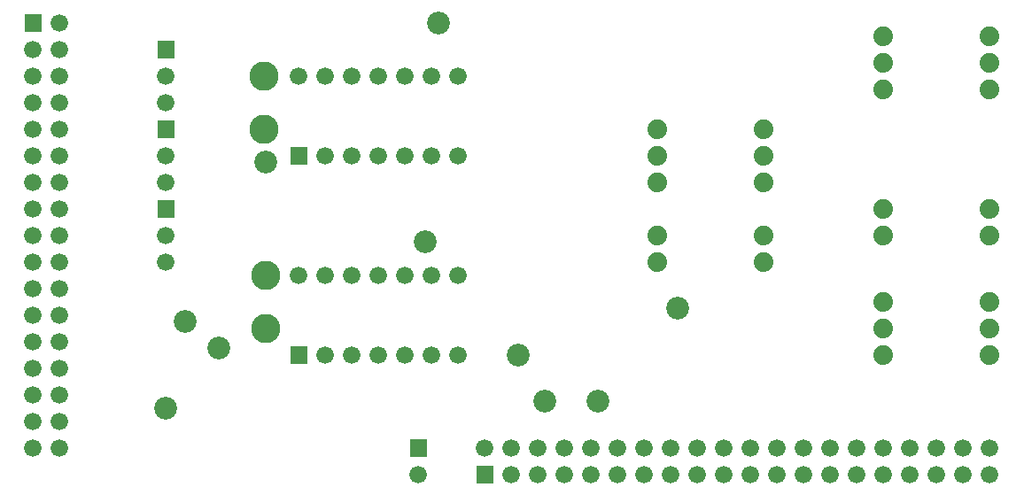
<source format=gts>
G04 start of page 11 for group -4063 idx -4063 *
G04 Title: (unknown), componentmask *
G04 Creator: pcb 20110918 *
G04 CreationDate: Wed 07 Dec 2016 14:25:13 GMT UTC *
G04 For: jasper *
G04 Format: Gerber/RS-274X *
G04 PCB-Dimensions: 393701 196850 *
G04 PCB-Coordinate-Origin: lower left *
%MOIN*%
%FSLAX25Y25*%
%LNTOPMASK*%
%ADD95C,0.0740*%
%ADD94C,0.1100*%
%ADD93C,0.0860*%
%ADD92C,0.0660*%
%ADD91C,0.0001*%
G54D91*G36*
X16700Y185150D02*Y178550D01*
X23300D01*
Y185150D01*
X16700D01*
G37*
G54D92*X20000Y171850D03*
Y161850D03*
X30000Y181850D03*
Y171850D03*
Y161850D03*
Y151850D03*
Y141850D03*
Y131850D03*
X20000Y151850D03*
Y141850D03*
Y131850D03*
Y121850D03*
X30000D03*
X20000Y111850D03*
Y101850D03*
Y91850D03*
X30000Y111850D03*
Y101850D03*
Y91850D03*
Y81850D03*
Y71850D03*
Y61850D03*
X20000Y81850D03*
Y71850D03*
Y61850D03*
Y51850D03*
X30000D03*
Y41850D03*
Y31850D03*
Y21850D03*
X20000Y41850D03*
Y31850D03*
Y21850D03*
G54D93*X70000Y36850D03*
X77283Y69419D03*
X90000Y59350D03*
G54D91*G36*
X66700Y145150D02*Y138550D01*
X73300D01*
Y145150D01*
X66700D01*
G37*
G36*
Y175150D02*Y168550D01*
X73300D01*
Y175150D01*
X66700D01*
G37*
G54D92*X70000Y161850D03*
Y151850D03*
Y131850D03*
G54D94*X106980Y141819D03*
Y161819D03*
G54D92*X70000Y121850D03*
G54D91*G36*
X66700Y115150D02*Y108550D01*
X73300D01*
Y115150D01*
X66700D01*
G37*
G54D92*X70000Y101850D03*
Y91850D03*
X140000Y161850D03*
X130000D03*
X120000D03*
G54D93*X107500Y129350D03*
G54D91*G36*
X116700Y135150D02*Y128550D01*
X123300D01*
Y135150D01*
X116700D01*
G37*
G54D92*X130000Y131850D03*
X140000D03*
X150000D03*
Y161850D03*
G54D91*G36*
X116700Y60150D02*Y53550D01*
X123300D01*
Y60150D01*
X116700D01*
G37*
G54D92*X130000Y56850D03*
X140000D03*
G54D94*X107500Y66850D03*
G54D92*X150000Y56850D03*
Y86850D03*
X140000D03*
X130000D03*
X120000D03*
G54D94*X107500D03*
G54D92*X240000Y11850D03*
X250000D03*
X260000D03*
X240000Y21850D03*
X250000D03*
X260000D03*
X270000D03*
X280000D03*
X290000D03*
X270000Y11850D03*
X280000D03*
X290000D03*
X300000D03*
G54D95*X255000Y121850D03*
Y131850D03*
Y91850D03*
Y101850D03*
G54D93*X262500Y74350D03*
G54D95*X295000Y121850D03*
Y141850D03*
Y131850D03*
Y91850D03*
Y101850D03*
X255000Y141850D03*
G54D92*X210000Y11850D03*
Y21850D03*
X220000Y11850D03*
Y21850D03*
G54D93*X212500Y39350D03*
G54D91*G36*
X186700Y15150D02*Y8550D01*
X193300D01*
Y15150D01*
X186700D01*
G37*
G54D92*X190000Y21850D03*
X200000Y11850D03*
Y21850D03*
G54D93*X202500Y56850D03*
G54D92*X230000Y11850D03*
Y21850D03*
G54D93*X232500Y39350D03*
G54D91*G36*
X161700Y25150D02*Y18550D01*
X168300D01*
Y25150D01*
X161700D01*
G37*
G54D92*X165000Y11850D03*
X300000Y21850D03*
X310000Y11850D03*
X320000D03*
X330000D03*
X310000Y21850D03*
X320000D03*
X330000D03*
X340000D03*
X350000D03*
X360000D03*
X340000Y11850D03*
X350000D03*
X360000D03*
X370000D03*
Y21850D03*
X380000D03*
Y11850D03*
G54D95*Y66850D03*
Y76850D03*
Y56850D03*
X340000Y66850D03*
Y76850D03*
Y56850D03*
Y111850D03*
Y101850D03*
Y156850D03*
Y176850D03*
Y166850D03*
X380000Y111850D03*
Y101850D03*
Y156850D03*
Y176850D03*
Y166850D03*
G54D92*X160000Y131850D03*
X170000D03*
X180000D03*
X160000Y56850D03*
X170000D03*
X180000D03*
Y86850D03*
X170000D03*
X160000D03*
G54D93*X167500Y99350D03*
G54D92*X180000Y161850D03*
X170000D03*
X160000D03*
G54D93*X172500Y181850D03*
M02*

</source>
